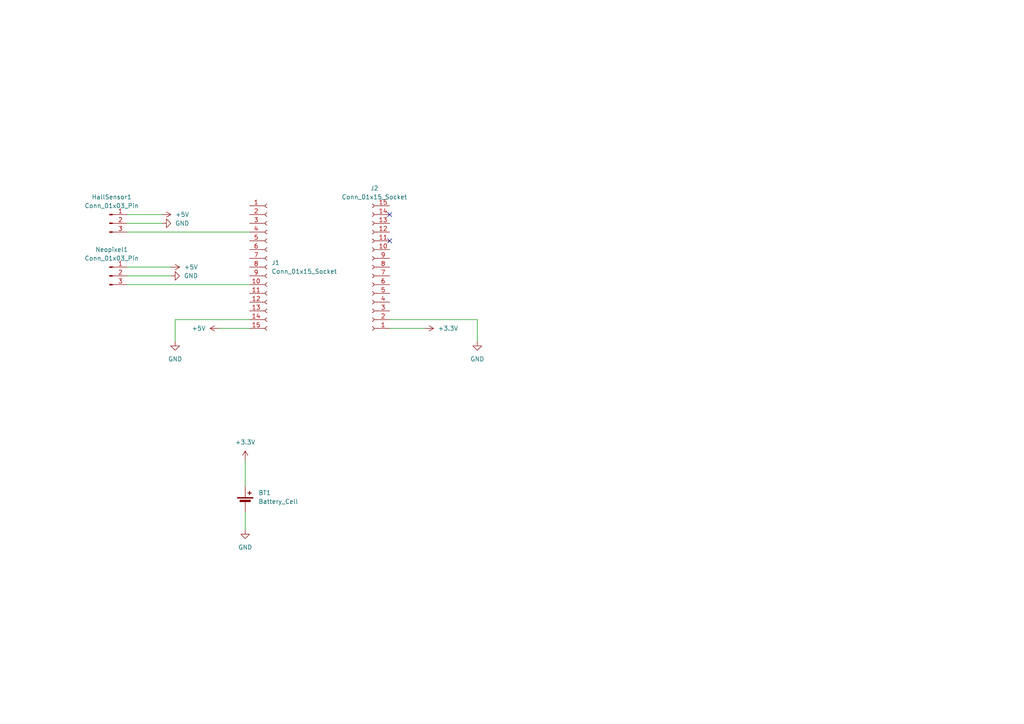
<source format=kicad_sch>
(kicad_sch (version 20230121) (generator eeschema)
  (paper "A4")
  (lib_symbols
    (symbol "Connector:Conn_01x03_Pin" (pin_names (offset 1.016) hide)
      (property "Reference" "J" (at 0 5.08 0))
      (property "Value" "Conn_01x03_Pin" (at 0 -5.08 0))
      (symbol "Conn_01x03_Pin_1_1"
        (polyline (pts (xy 1.27 -2.54) (xy 0.8636 -2.54)) (stroke (width 0.1524)))
        (polyline (pts (xy 1.27 0) (xy 0.8636 0)) (stroke (width 0.1524)))
        (polyline (pts (xy 1.27 2.54) (xy 0.8636 2.54)) (stroke (width 0.1524)))
        (rectangle (start 0.8636 -2.413) (end 0 -2.667) (stroke (width 0.1524)) (fill (type outline)))
        (rectangle (start 0.8636 0.127) (end 0 -0.127) (stroke (width 0.1524)) (fill (type outline)))
        (rectangle (start 0.8636 2.667) (end 0 2.413) (stroke (width 0.1524)) (fill (type outline)))
        (pin passive line (at 5.08 2.54 180) (length 3.81) (name "Pin_1") (number "1"))
        (pin passive line (at 5.08 0 180) (length 3.81) (name "Pin_2") (number "2"))
        (pin passive line (at 5.08 -2.54 180) (length 3.81) (name "Pin_3") (number "3"))
      )
    )
    (symbol "Connector:Conn_01x15_Socket" (pin_names (offset 1.016) hide)
      (property "Reference" "J" (at 0 20.32 0))
      (property "Value" "Conn_01x15_Socket" (at 0 -20.32 0))
      (symbol "Conn_01x15_Socket_1_1"
        (arc (start 0 -17.272) (mid -0.5058 -17.78) (end 0 -18.288) (stroke (width 0.1524)))
        (arc (start 0 -14.732) (mid -0.5058 -15.24) (end 0 -15.748) (stroke (width 0.1524)))
        (arc (start 0 -12.192) (mid -0.5058 -12.7) (end 0 -13.208) (stroke (width 0.1524)))
        (arc (start 0 -9.652) (mid -0.5058 -10.16) (end 0 -10.668) (stroke (width 0.1524)))
        (arc (start 0 -7.112) (mid -0.5058 -7.62) (end 0 -8.128) (stroke (width 0.1524)))
        (arc (start 0 -4.572) (mid -0.5058 -5.08) (end 0 -5.588) (stroke (width 0.1524)))
        (arc (start 0 -2.032) (mid -0.5058 -2.54) (end 0 -3.048) (stroke (width 0.1524)))
        (polyline (pts (xy -1.27 -17.78) (xy -0.508 -17.78)) (stroke (width 0.1524)))
        (polyline (pts (xy -1.27 -15.24) (xy -0.508 -15.24)) (stroke (width 0.1524)))
        (polyline (pts (xy -1.27 -12.7) (xy -0.508 -12.7)) (stroke (width 0.1524)))
        (polyline (pts (xy -1.27 -10.16) (xy -0.508 -10.16)) (stroke (width 0.1524)))
        (polyline (pts (xy -1.27 -7.62) (xy -0.508 -7.62)) (stroke (width 0.1524)))
        (polyline (pts (xy -1.27 -5.08) (xy -0.508 -5.08)) (stroke (width 0.1524)))
        (polyline (pts (xy -1.27 -2.54) (xy -0.508 -2.54)) (stroke (width 0.1524)))
        (polyline (pts (xy -1.27 0) (xy -0.508 0)) (stroke (width 0.1524)))
        (polyline (pts (xy -1.27 2.54) (xy -0.508 2.54)) (stroke (width 0.1524)))
        (polyline (pts (xy -1.27 5.08) (xy -0.508 5.08)) (stroke (width 0.1524)))
        (polyline (pts (xy -1.27 7.62) (xy -0.508 7.62)) (stroke (width 0.1524)))
        (polyline (pts (xy -1.27 10.16) (xy -0.508 10.16)) (stroke (width 0.1524)))
        (polyline (pts (xy -1.27 12.7) (xy -0.508 12.7)) (stroke (width 0.1524)))
        (polyline (pts (xy -1.27 15.24) (xy -0.508 15.24)) (stroke (width 0.1524)))
        (polyline (pts (xy -1.27 17.78) (xy -0.508 17.78)) (stroke (width 0.1524)))
        (arc (start 0 0.508) (mid -0.5058 0) (end 0 -0.508) (stroke (width 0.1524)))
        (arc (start 0 3.048) (mid -0.5058 2.54) (end 0 2.032) (stroke (width 0.1524)))
        (arc (start 0 5.588) (mid -0.5058 5.08) (end 0 4.572) (stroke (width 0.1524)))
        (arc (start 0 8.128) (mid -0.5058 7.62) (end 0 7.112) (stroke (width 0.1524)))
        (arc (start 0 10.668) (mid -0.5058 10.16) (end 0 9.652) (stroke (width 0.1524)))
        (arc (start 0 13.208) (mid -0.5058 12.7) (end 0 12.192) (stroke (width 0.1524)))
        (arc (start 0 15.748) (mid -0.5058 15.24) (end 0 14.732) (stroke (width 0.1524)))
        (arc (start 0 18.288) (mid -0.5058 17.78) (end 0 17.272) (stroke (width 0.1524)))
        (pin passive line (at -5.08 17.78 0) (length 3.81) (name "Pin_1") (number "1"))
        (pin passive line (at -5.08 -5.08 0) (length 3.81) (name "Pin_10") (number "10"))
        (pin passive line (at -5.08 -7.62 0) (length 3.81) (name "Pin_11") (number "11"))
        (pin passive line (at -5.08 -10.16 0) (length 3.81) (name "Pin_12") (number "12"))
        (pin passive line (at -5.08 -12.7 0) (length 3.81) (name "Pin_13") (number "13"))
        (pin passive line (at -5.08 -15.24 0) (length 3.81) (name "Pin_14") (number "14"))
        (pin passive line (at -5.08 -17.78 0) (length 3.81) (name "Pin_15") (number "15"))
        (pin passive line (at -5.08 15.24 0) (length 3.81) (name "Pin_2") (number "2"))
        (pin passive line (at -5.08 12.7 0) (length 3.81) (name "Pin_3") (number "3"))
        (pin passive line (at -5.08 10.16 0) (length 3.81) (name "Pin_4") (number "4"))
        (pin passive line (at -5.08 7.62 0) (length 3.81) (name "Pin_5") (number "5"))
        (pin passive line (at -5.08 5.08 0) (length 3.81) (name "Pin_6") (number "6"))
        (pin passive line (at -5.08 2.54 0) (length 3.81) (name "Pin_7") (number "7"))
        (pin passive line (at -5.08 0 0) (length 3.81) (name "Pin_8") (number "8"))
        (pin passive line (at -5.08 -2.54 0) (length 3.81) (name "Pin_9") (number "9"))
      )
    )
    (symbol "Device:Battery_Cell" (pin_numbers hide) (pin_names (offset 0) hide)
      (property "Reference" "BT" (at 2.54 2.54 0))
      (property "Value" "Battery_Cell" (at 2.54 0 0))
      (symbol "Battery_Cell_0_1"
        (rectangle (start -2.286 1.778) (end 2.286 1.524) (fill (type outline)))
        (rectangle (start -1.524 1.016) (end 1.524 0.508) (fill (type outline)))
        (polyline (pts (xy 0 0.762) (xy 0 0)))
        (polyline (pts (xy 0 1.778) (xy 0 2.54)))
        (polyline (pts (xy 0.762 3.048) (xy 1.778 3.048)) (stroke (width 0.254)))
        (polyline (pts (xy 1.27 3.556) (xy 1.27 2.54)) (stroke (width 0.254)))
      )
      (symbol "Battery_Cell_1_1"
        (pin passive line (at 0 5.08 270) (length 2.54) (name "+") (number "1"))
        (pin passive line (at 0 -2.54 90) (length 2.54) (name "-") (number "2"))
      )
    )
    (symbol "power:+3.3V" (power) (pin_names (offset 0))
      (property "Value" "+3.3V" (at 0 3.556 0))
      (symbol "+3.3V_0_1"
        (polyline (pts (xy -0.762 1.27) (xy 0 2.54)))
        (polyline (pts (xy 0 0) (xy 0 2.54)))
        (polyline (pts (xy 0 2.54) (xy 0.762 1.27)))
      )
      (symbol "+3.3V_1_1"
        (pin power_in line (at 0 0 90) (length 0) hide (name "+3.3V") (number "1"))
      )
    )
    (symbol "power:+5V" (power) (pin_names (offset 0))
      (property "Value" "+5V" (at 0 3.556 0))
      (symbol "+5V_0_1"
        (polyline (pts (xy -0.762 1.27) (xy 0 2.54)))
        (polyline (pts (xy 0 0) (xy 0 2.54)))
        (polyline (pts (xy 0 2.54) (xy 0.762 1.27)))
      )
      (symbol "+5V_1_1"
        (pin power_in line (at 0 0 90) (length 0) hide (name "+5V") (number "1"))
      )
    )
    (symbol "power:GND" (power) (pin_names (offset 0))
      (property "Value" "GND" (at 0 -3.81 0))
      (symbol "GND_0_1"
        (polyline (pts (xy 0 0) (xy 0 -1.27) (xy 1.27 -1.27) (xy 0 -2.54) (xy -1.27 -1.27) (xy 0 -1.27)))
      )
      (symbol "GND_1_1"
        (pin power_in line (at 0 0 270) (length 0) hide (name "GND") (number "1"))
      )
    )
  )
  (no_connect (at 113.03 69.85))
  (no_connect (at 113.03 62.23))
  (wire (pts (xy 36.83 80.01) (xy 49.53 80.01)))
  (wire (pts (xy 50.8 99.06) (xy 50.8 92.71)))
  (wire (pts (xy 63.5 95.25) (xy 72.39 95.25)))
  (wire (pts (xy 36.83 82.55) (xy 72.39 82.55)))
  (wire (pts (xy 113.03 95.25) (xy 123.19 95.25)))
  (wire (pts (xy 50.8 92.71) (xy 72.39 92.71)))
  (wire (pts (xy 36.83 64.77) (xy 46.99 64.77)))
  (wire (pts (xy 71.12 133.35) (xy 71.12 140.97)))
  (wire (pts (xy 36.83 77.47) (xy 49.53 77.47)))
  (wire (pts (xy 36.83 62.23) (xy 46.99 62.23)))
  (wire (pts (xy 71.12 148.59) (xy 71.12 153.67)))
  (wire (pts (xy 113.03 92.71) (xy 138.43 92.71)))
  (wire (pts (xy 138.43 92.71) (xy 138.43 99.06)))
  (wire (pts (xy 36.83 67.31) (xy 72.39 67.31)))
  (symbol (lib_id "power:+5V") (at 49.53 77.47 270) (unit 1)
    (property "Reference" "#PWR05" (effects hide))
    (property "Value" "+5V" (at 53.34 77.47 90) (effects (justify left)))
  )
  (symbol (lib_id "Device:Battery_Cell") (at 71.12 146.05 0) (unit 1)
    (property "Reference" "BT1" (at 74.93 142.9385 0) (effects (justify left)))
    (property "Value" "Battery_Cell" (at 74.93 145.4785 0) (effects (justify left)))
    (property "Footprint" "Connector_Wire:SolderWire-0.1sqmm_1x02_P3.6mm_D0.4mm_OD1mm_Relief" (effects hide))
  )
  (symbol (lib_id "power:GND") (at 50.8 99.06 0) (unit 1)
    (property "Reference" "#PWR04" (effects hide))
    (property "Value" "GND" (at 50.8 104.14 0))
  )
  (symbol (lib_id "power:+5V") (at 46.99 62.23 270) (unit 1)
    (property "Reference" "#PWR07" (effects hide))
    (property "Value" "+5V" (at 50.8 62.23 90) (effects (justify left)))
  )
  (symbol (lib_id "power:GND") (at 46.99 64.77 90) (unit 1)
    (property "Reference" "#PWR08" (effects hide))
    (property "Value" "GND" (at 50.8 64.77 90) (effects (justify right)))
  )
  (symbol (lib_id "power:GND") (at 138.43 99.06 0) (unit 1)
    (property "Reference" "#PWR03" (effects hide))
    (property "Value" "GND" (at 138.43 104.14 0))
  )
  (symbol (lib_id "power:GND") (at 49.53 80.01 90) (unit 1)
    (property "Reference" "#PWR06" (effects hide))
    (property "Value" "GND" (at 53.34 80.01 90) (effects (justify right)))
  )
  (symbol (lib_id "power:+3.3V") (at 71.12 133.35 0) (unit 1)
    (property "Reference" "#PWR010" (effects hide))
    (property "Value" "+3.3V" (at 71.12 128.27 0))
  )
  (symbol (lib_id "power:+3.3V") (at 123.19 95.25 270) (unit 1)
    (property "Reference" "#PWR02" (effects hide))
    (property "Value" "+3.3V" (at 127 95.25 90) (effects (justify left)))
  )
  (symbol (lib_id "Connector:Conn_01x15_Socket") (at 77.47 77.47 0) (unit 1)
    (property "Reference" "J1" (at 78.74 76.2 0) (effects (justify left)))
    (property "Value" "Conn_01x15_Socket" (at 78.74 78.74 0) (effects (justify left)))
    (property "Footprint" "Connector_PinSocket_2.54mm:PinSocket_1x15_P2.54mm_Vertical" (effects hide))
  )
  (symbol (lib_id "Connector:Conn_01x15_Socket") (at 107.95 77.47 180) (unit 1)
    (property "Reference" "J2" (at 108.585 54.61 0))
    (property "Value" "Conn_01x15_Socket" (at 108.585 57.15 0))
    (property "Footprint" "Connector_PinSocket_2.54mm:PinSocket_1x15_P2.54mm_Vertical" (effects hide))
  )
  (symbol (lib_id "power:+5V") (at 63.5 95.25 90) (unit 1)
    (property "Reference" "#PWR01" (effects hide))
    (property "Value" "+5V" (at 59.69 95.25 90) (effects (justify left)))
  )
  (symbol (lib_id "Connector:Conn_01x03_Pin") (at 31.75 80.01 0) (unit 1)
    (property "Reference" "Neopixel1" (at 32.385 72.39 0))
    (property "Value" "Conn_01x03_Pin" (at 32.385 74.93 0))
    (property "Footprint" "Connector_PinHeader_2.54mm:PinHeader_1x03_P2.54mm_Vertical" (effects hide))
  )
  (symbol (lib_id "power:GND") (at 71.12 153.67 0) (unit 1)
    (property "Reference" "#PWR09" (effects hide))
    (property "Value" "GND" (at 71.12 158.75 0))
  )
  (symbol (lib_id "Connector:Conn_01x03_Pin") (at 31.75 64.77 0) (unit 1)
    (property "Reference" "HallSensor1" (at 32.385 57.15 0))
    (property "Value" "Conn_01x03_Pin" (at 32.385 59.69 0))
    (property "Footprint" "Connector_PinHeader_2.54mm:PinHeader_1x03_P2.54mm_Vertical" (effects hide))
  )
)
</source>
